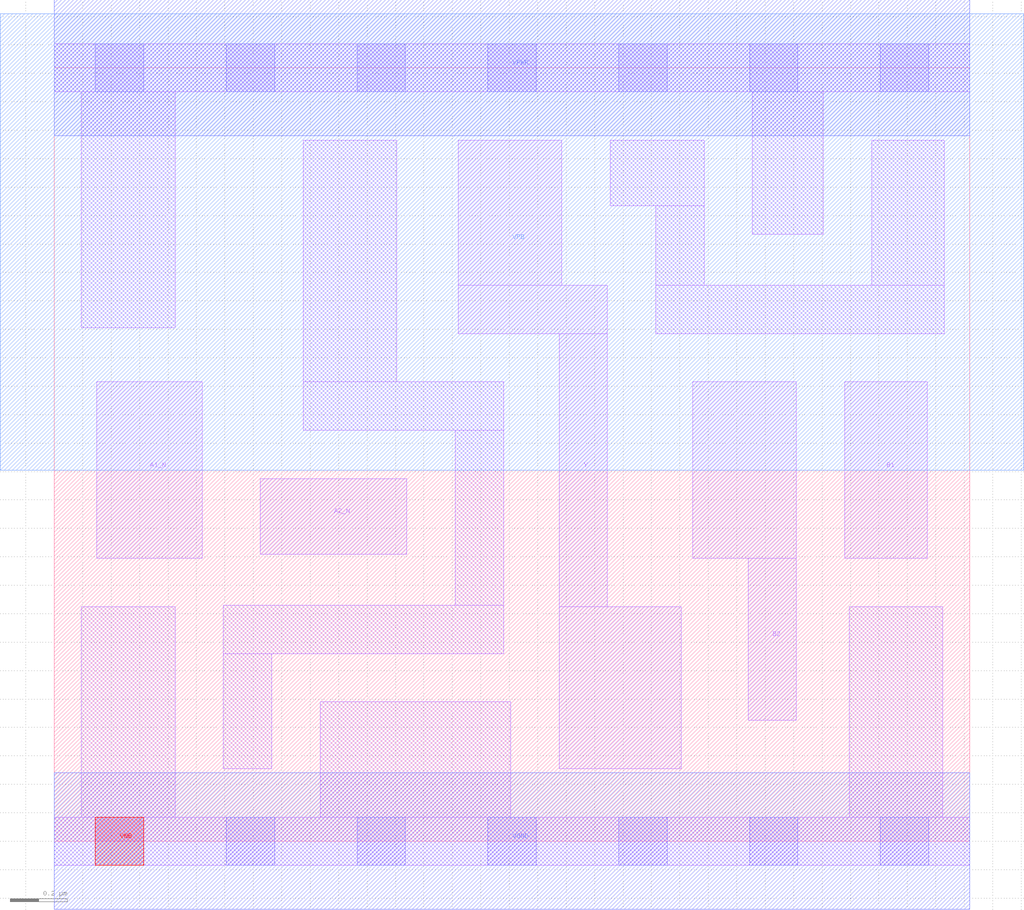
<source format=lef>
# Copyright 2020 The SkyWater PDK Authors
#
# Licensed under the Apache License, Version 2.0 (the "License");
# you may not use this file except in compliance with the License.
# You may obtain a copy of the License at
#
#     https://www.apache.org/licenses/LICENSE-2.0
#
# Unless required by applicable law or agreed to in writing, software
# distributed under the License is distributed on an "AS IS" BASIS,
# WITHOUT WARRANTIES OR CONDITIONS OF ANY KIND, either express or implied.
# See the License for the specific language governing permissions and
# limitations under the License.
#
# SPDX-License-Identifier: Apache-2.0

VERSION 5.7 ;
  NOWIREEXTENSIONATPIN ON ;
  DIVIDERCHAR "/" ;
  BUSBITCHARS "[]" ;
MACRO sky130_fd_sc_hd__a2bb2oi_1
  CLASS CORE ;
  FOREIGN sky130_fd_sc_hd__a2bb2oi_1 ;
  ORIGIN  0.000000  0.000000 ;
  SIZE  3.220000 BY  2.720000 ;
  SYMMETRY X Y R90 ;
  SITE unithd ;
  PIN A1_N
    ANTENNAGATEAREA  0.247500 ;
    DIRECTION INPUT ;
    USE SIGNAL ;
    PORT
      LAYER li1 ;
        RECT 0.150000 0.995000 0.520000 1.615000 ;
    END
  END A1_N
  PIN A2_N
    ANTENNAGATEAREA  0.247500 ;
    DIRECTION INPUT ;
    USE SIGNAL ;
    PORT
      LAYER li1 ;
        RECT 0.725000 1.010000 1.240000 1.275000 ;
    END
  END A2_N
  PIN B1
    ANTENNAGATEAREA  0.247500 ;
    DIRECTION INPUT ;
    USE SIGNAL ;
    PORT
      LAYER li1 ;
        RECT 2.780000 0.995000 3.070000 1.615000 ;
    END
  END B1
  PIN B2
    ANTENNAGATEAREA  0.247500 ;
    DIRECTION INPUT ;
    USE SIGNAL ;
    PORT
      LAYER li1 ;
        RECT 2.245000 0.995000 2.610000 1.615000 ;
        RECT 2.440000 0.425000 2.610000 0.995000 ;
    END
  END B2
  PIN Y
    ANTENNADIFFAREA  0.515500 ;
    DIRECTION OUTPUT ;
    USE SIGNAL ;
    PORT
      LAYER li1 ;
        RECT 1.420000 1.785000 1.945000 1.955000 ;
        RECT 1.420000 1.955000 1.785000 2.465000 ;
        RECT 1.775000 0.255000 2.205000 0.825000 ;
        RECT 1.775000 0.825000 1.945000 1.785000 ;
    END
  END Y
  PIN VGND
    DIRECTION INOUT ;
    SHAPE ABUTMENT ;
    USE GROUND ;
    PORT
      LAYER met1 ;
        RECT 0.000000 -0.240000 3.220000 0.240000 ;
    END
  END VGND
  PIN VNB
    DIRECTION INOUT ;
    USE GROUND ;
    PORT
      LAYER pwell ;
        RECT 0.145000 -0.085000 0.315000 0.085000 ;
    END
  END VNB
  PIN VPB
    DIRECTION INOUT ;
    USE POWER ;
    PORT
      LAYER nwell ;
        RECT -0.190000 1.305000 3.410000 2.910000 ;
    END
  END VPB
  PIN VPWR
    DIRECTION INOUT ;
    SHAPE ABUTMENT ;
    USE POWER ;
    PORT
      LAYER met1 ;
        RECT 0.000000 2.480000 3.220000 2.960000 ;
    END
  END VPWR
  OBS
    LAYER li1 ;
      RECT 0.000000 -0.085000 3.220000 0.085000 ;
      RECT 0.000000  2.635000 3.220000 2.805000 ;
      RECT 0.095000  0.085000 0.425000 0.825000 ;
      RECT 0.095000  1.805000 0.425000 2.635000 ;
      RECT 0.595000  0.255000 0.765000 0.660000 ;
      RECT 0.595000  0.660000 1.580000 0.830000 ;
      RECT 0.875000  1.445000 1.580000 1.615000 ;
      RECT 0.875000  1.615000 1.205000 2.465000 ;
      RECT 0.935000  0.085000 1.605000 0.490000 ;
      RECT 1.410000  0.830000 1.580000 1.445000 ;
      RECT 1.955000  2.235000 2.285000 2.465000 ;
      RECT 2.115000  1.785000 3.130000 1.955000 ;
      RECT 2.115000  1.955000 2.285000 2.235000 ;
      RECT 2.455000  2.135000 2.705000 2.635000 ;
      RECT 2.795000  0.085000 3.125000 0.825000 ;
      RECT 2.875000  1.955000 3.130000 2.465000 ;
    LAYER mcon ;
      RECT 0.145000 -0.085000 0.315000 0.085000 ;
      RECT 0.145000  2.635000 0.315000 2.805000 ;
      RECT 0.605000 -0.085000 0.775000 0.085000 ;
      RECT 0.605000  2.635000 0.775000 2.805000 ;
      RECT 1.065000 -0.085000 1.235000 0.085000 ;
      RECT 1.065000  2.635000 1.235000 2.805000 ;
      RECT 1.525000 -0.085000 1.695000 0.085000 ;
      RECT 1.525000  2.635000 1.695000 2.805000 ;
      RECT 1.985000 -0.085000 2.155000 0.085000 ;
      RECT 1.985000  2.635000 2.155000 2.805000 ;
      RECT 2.445000 -0.085000 2.615000 0.085000 ;
      RECT 2.445000  2.635000 2.615000 2.805000 ;
      RECT 2.905000 -0.085000 3.075000 0.085000 ;
      RECT 2.905000  2.635000 3.075000 2.805000 ;
  END
END sky130_fd_sc_hd__a2bb2oi_1
END LIBRARY

</source>
